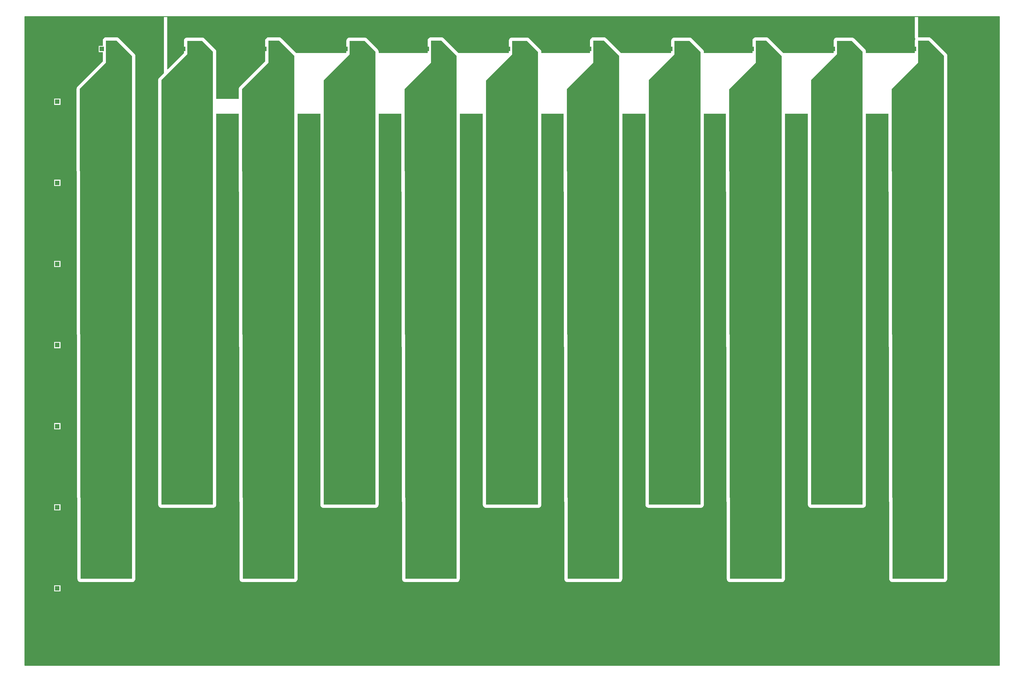
<source format=gbl>
G04*
G04 #@! TF.GenerationSoftware,Altium Limited,Altium Designer,20.0.13 (296)*
G04*
G04 Layer_Physical_Order=2*
G04 Layer_Color=16711680*
%FSLAX44Y44*%
%MOMM*%
G71*
G01*
G75*
%ADD12C,0.2540*%
%ADD27C,4.0000*%
%ADD28C,6.0000*%
%ADD29R,1.4000X1.4000*%
%ADD30C,1.4000*%
%ADD31R,1.4000X1.4000*%
%ADD32C,1.2700*%
G36*
X2739914Y1935708D02*
X2740257Y1933097D01*
X2741265Y1930665D01*
X2740257Y1928232D01*
X2739914Y1925622D01*
X2739914Y1887475D01*
X2589212D01*
Y1891874D01*
X2589213Y1891874D01*
X2588869Y1894484D01*
X2587861Y1896917D01*
X2586258Y1899006D01*
X2552973Y1932291D01*
X2550884Y1933894D01*
X2548451Y1934902D01*
X2545841Y1935246D01*
X2500000D01*
X2497390Y1934902D01*
X2494957Y1933894D01*
X2492868Y1932291D01*
X2491265Y1930202D01*
X2490257Y1927770D01*
X2489914Y1925159D01*
Y1887513D01*
X2489875Y1887475D01*
X2335266D01*
X2289986Y1932754D01*
X2287897Y1934357D01*
X2285464Y1935364D01*
X2282854Y1935708D01*
X2250000Y1935708D01*
X2247389Y1935364D01*
X2244957Y1934357D01*
X2242868Y1932754D01*
X2241265Y1930665D01*
X2240257Y1928232D01*
X2239914Y1925622D01*
X2239914Y1887475D01*
X2090310D01*
Y1890776D01*
X2089966Y1893387D01*
X2088959Y1895820D01*
X2087356Y1897908D01*
X2052973Y1932291D01*
X2050884Y1933894D01*
X2048451Y1934902D01*
X2045841Y1935246D01*
X2000000D01*
X1997390Y1934902D01*
X1994957Y1933894D01*
X1992868Y1932291D01*
X1991265Y1930202D01*
X1990257Y1927770D01*
X1989914Y1925159D01*
Y1887513D01*
X1989875Y1887475D01*
X1835266D01*
X1789986Y1932754D01*
X1787897Y1934357D01*
X1785464Y1935364D01*
X1782854Y1935708D01*
X1750000Y1935708D01*
X1747389Y1935364D01*
X1744957Y1934357D01*
X1742868Y1932754D01*
X1741265Y1930665D01*
X1740257Y1928232D01*
X1739914Y1925622D01*
X1739914Y1887475D01*
X1590180D01*
Y1890906D01*
X1590180Y1890906D01*
X1589836Y1893517D01*
X1588829Y1895950D01*
X1587226Y1898038D01*
X1587226Y1898038D01*
X1552973Y1932291D01*
X1550884Y1933894D01*
X1548451Y1934902D01*
X1545841Y1935246D01*
X1500000D01*
X1497390Y1934902D01*
X1494957Y1933894D01*
X1492868Y1932291D01*
X1491265Y1930202D01*
X1490257Y1927770D01*
X1489914Y1925159D01*
Y1887513D01*
X1489875Y1887475D01*
X1335266D01*
X1289986Y1932754D01*
X1287897Y1934357D01*
X1285464Y1935364D01*
X1282854Y1935708D01*
X1250000Y1935708D01*
X1247389Y1935364D01*
X1244957Y1934357D01*
X1242868Y1932754D01*
X1241265Y1930665D01*
X1240257Y1928232D01*
X1239914Y1925622D01*
X1239914Y1887475D01*
X1089436D01*
Y1891650D01*
X1089092Y1894261D01*
X1088085Y1896693D01*
X1086482Y1898782D01*
X1052973Y1932291D01*
X1050884Y1933894D01*
X1048451Y1934902D01*
X1045841Y1935246D01*
X1000000D01*
X997390Y1934902D01*
X994957Y1933894D01*
X992868Y1932291D01*
X991265Y1930202D01*
X990257Y1927770D01*
X989914Y1925159D01*
Y1887513D01*
X989875Y1887475D01*
X835266D01*
X789986Y1932754D01*
X787897Y1934357D01*
X785464Y1935364D01*
X782854Y1935708D01*
X750000Y1935708D01*
X747389Y1935364D01*
X744957Y1934357D01*
X742868Y1932754D01*
X741265Y1930665D01*
X740257Y1928232D01*
X739914Y1925622D01*
X739914Y1861765D01*
X661269Y1783120D01*
X661264Y1783113D01*
X661257Y1783108D01*
X660461Y1782068D01*
X659666Y1781031D01*
X659663Y1781023D01*
X659657Y1781016D01*
X659159Y1779807D01*
X658658Y1778598D01*
X658657Y1778590D01*
X658654Y1778582D01*
X658486Y1777290D01*
X658315Y1775988D01*
X658316Y1775979D01*
X658315Y1775971D01*
X658365Y1746651D01*
X657467Y1745752D01*
X589306Y1745752D01*
Y1891781D01*
X588962Y1894391D01*
X587954Y1896824D01*
X586352Y1898913D01*
X586352Y1898913D01*
X552973Y1932291D01*
X550884Y1933894D01*
X548451Y1934902D01*
X545841Y1935246D01*
X500000D01*
X497389Y1934902D01*
X494957Y1933894D01*
X492868Y1932291D01*
X491265Y1930202D01*
X490257Y1927770D01*
X489914Y1925159D01*
Y1887513D01*
X439717Y1837316D01*
X438544Y1837802D01*
Y2000000D01*
X2739914D01*
Y1935708D01*
D02*
G37*
G36*
X2579126Y1891874D02*
X2579126Y495514D01*
X2420803Y495514D01*
X2420803Y1804138D01*
X2500000Y1883335D01*
Y1925159D01*
X2545841D01*
X2579126Y1891874D01*
D02*
G37*
G36*
X2080224Y1890776D02*
X2080224Y495514D01*
X1920673Y495514D01*
X1920673Y1804008D01*
X2000000Y1883335D01*
Y1925159D01*
X2045841D01*
X2080224Y1890776D01*
D02*
G37*
G36*
X1580094Y1890906D02*
X1580094Y495514D01*
X1419929D01*
X1419929Y1803264D01*
X1500000Y1883335D01*
Y1925159D01*
X1545841D01*
X1580094Y1890906D01*
D02*
G37*
G36*
X1079350Y1891650D02*
X1079350Y495514D01*
X919799Y495514D01*
Y1803134D01*
X1000000Y1883335D01*
Y1925159D01*
X1045841D01*
X1079350Y1891650D01*
D02*
G37*
G36*
X579220Y1891781D02*
Y495514D01*
X420896Y495514D01*
X420896Y1804231D01*
X500000Y1883335D01*
Y1925159D01*
X545841D01*
X579220Y1891781D01*
D02*
G37*
G36*
X2829498Y1878978D02*
Y266851D01*
X2671068Y266851D01*
X2668486Y1776073D01*
X2750000Y1857587D01*
X2750000Y1925622D01*
X2782854Y1925622D01*
X2829498Y1878978D01*
D02*
G37*
G36*
X2329982Y1878495D02*
Y266851D01*
X2170940Y266851D01*
X2168358Y1775945D01*
X2250000Y1857587D01*
X2250000Y1925622D01*
X2282854Y1925622D01*
X2329982Y1878495D01*
D02*
G37*
G36*
X1829238Y1879238D02*
Y266851D01*
X1670808Y266851D01*
X1668227Y1775814D01*
X1750000Y1857587D01*
X1750000Y1925622D01*
X1782854Y1925622D01*
X1829238Y1879238D01*
D02*
G37*
G36*
X1329108Y1879368D02*
Y266851D01*
X1171359Y266851D01*
X1168777Y1776364D01*
X1250000Y1857587D01*
X1250000Y1925622D01*
X1282854Y1925622D01*
X1329108Y1879368D01*
D02*
G37*
G36*
X829592Y1878885D02*
Y266851D01*
X670982Y266851D01*
X668401Y1775988D01*
X750000Y1857587D01*
X750000Y1925622D01*
X782854Y1925622D01*
X829592Y1878885D01*
D02*
G37*
G36*
X3000000Y0D02*
X0D01*
Y2000000D01*
X428458D01*
Y1837802D01*
Y1826057D01*
X413764Y1811363D01*
X412161Y1809274D01*
X411153Y1806842D01*
X410810Y1804231D01*
X410810Y495514D01*
X411153Y492903D01*
X412161Y490471D01*
X413764Y488382D01*
X415853Y486779D01*
X418285Y485771D01*
X420896Y485428D01*
X579220Y485428D01*
X581830Y485771D01*
X584263Y486779D01*
X586352Y488382D01*
X587954Y490471D01*
X588962Y492903D01*
X589306Y495514D01*
Y1700000D01*
X658445D01*
X660896Y266834D01*
X661069Y265538D01*
X661240Y264240D01*
X661243Y264232D01*
X661244Y264224D01*
X661748Y263013D01*
X662247Y261808D01*
X662253Y261801D01*
X662256Y261793D01*
X663054Y260757D01*
X663850Y259719D01*
X663857Y259713D01*
X663862Y259707D01*
X664899Y258914D01*
X665939Y258116D01*
X665947Y258113D01*
X665954Y258107D01*
X667160Y257610D01*
X668372Y257108D01*
X668380Y257107D01*
X668388Y257104D01*
X669681Y256936D01*
X670982Y256765D01*
X829592Y256765D01*
X832202Y257108D01*
X834635Y258116D01*
X836724Y259719D01*
X838327Y261808D01*
X839334Y264240D01*
X839678Y266851D01*
Y1700000D01*
X909713D01*
Y495514D01*
X910057Y492903D01*
X911064Y490471D01*
X912667Y488382D01*
X914756Y486779D01*
X917189Y485771D01*
X919799Y485428D01*
X1079350Y485428D01*
X1081960Y485771D01*
X1084393Y486779D01*
X1086482Y488382D01*
X1088085Y490471D01*
X1089092Y492903D01*
X1089436Y495514D01*
X1089436Y1700000D01*
X1158821D01*
X1161272Y266834D01*
X1161445Y265538D01*
X1161616Y264240D01*
X1161619Y264232D01*
X1161620Y264224D01*
X1162124Y263013D01*
X1162624Y261808D01*
X1162629Y261801D01*
X1162632Y261793D01*
X1163430Y260757D01*
X1164227Y259719D01*
X1164233Y259713D01*
X1164239Y259707D01*
X1165275Y258914D01*
X1166316Y258116D01*
X1166324Y258113D01*
X1166330Y258107D01*
X1167537Y257610D01*
X1168748Y257108D01*
X1168757Y257107D01*
X1168765Y257104D01*
X1170058Y256936D01*
X1171359Y256765D01*
X1329108Y256765D01*
X1331719Y257108D01*
X1334151Y258116D01*
X1336240Y259719D01*
X1337843Y261808D01*
X1338851Y264240D01*
X1339194Y266851D01*
Y1700000D01*
X1409843D01*
X1409843Y495514D01*
X1410186Y492903D01*
X1411194Y490471D01*
X1412797Y488382D01*
X1414886Y486779D01*
X1417319Y485771D01*
X1419929Y485428D01*
X1580094D01*
X1582704Y485771D01*
X1585137Y486779D01*
X1587226Y488382D01*
X1588829Y490471D01*
X1589836Y492903D01*
X1590180Y495514D01*
X1590180Y1700000D01*
X1658270D01*
X1660721Y266834D01*
X1660894Y265538D01*
X1661065Y264240D01*
X1661069Y264232D01*
X1661070Y264224D01*
X1661574Y263013D01*
X1662073Y261808D01*
X1662078Y261801D01*
X1662081Y261793D01*
X1662879Y260757D01*
X1663676Y259719D01*
X1663683Y259713D01*
X1663688Y259707D01*
X1664724Y258914D01*
X1665765Y258116D01*
X1665773Y258113D01*
X1665780Y258107D01*
X1666986Y257610D01*
X1668197Y257108D01*
X1668206Y257107D01*
X1668214Y257104D01*
X1669507Y256936D01*
X1670808Y256765D01*
X1829238Y256765D01*
X1831849Y257108D01*
X1834281Y258116D01*
X1836370Y259719D01*
X1837973Y261808D01*
X1838981Y264240D01*
X1839324Y266851D01*
Y1700000D01*
X1910587D01*
X1910586Y495514D01*
X1910930Y492903D01*
X1911938Y490471D01*
X1913541Y488382D01*
X1915630Y486779D01*
X1918062Y485771D01*
X1920673Y485428D01*
X2080224Y485428D01*
X2082834Y485771D01*
X2085267Y486779D01*
X2087356Y488382D01*
X2088959Y490471D01*
X2089966Y492903D01*
X2090310Y495514D01*
X2090310Y1700000D01*
X2158402D01*
X2160853Y266834D01*
X2161026Y265538D01*
X2161197Y264240D01*
X2161200Y264232D01*
X2161201Y264224D01*
X2161705Y263013D01*
X2162205Y261808D01*
X2162210Y261801D01*
X2162213Y261793D01*
X2163011Y260757D01*
X2163808Y259719D01*
X2163815Y259713D01*
X2163820Y259707D01*
X2164856Y258914D01*
X2165896Y258116D01*
X2165905Y258113D01*
X2165912Y258107D01*
X2167118Y257610D01*
X2168329Y257108D01*
X2168338Y257107D01*
X2168346Y257104D01*
X2169639Y256936D01*
X2170940Y256765D01*
X2329982Y256765D01*
X2332592Y257108D01*
X2335025Y258116D01*
X2337114Y259719D01*
X2338717Y261808D01*
X2339724Y264240D01*
X2340068Y266851D01*
Y1700000D01*
X2410716D01*
X2410716Y495514D01*
X2411060Y492903D01*
X2412068Y490471D01*
X2413671Y488382D01*
X2415759Y486779D01*
X2418192Y485771D01*
X2420803Y485428D01*
X2579126Y485428D01*
X2581736Y485771D01*
X2584169Y486779D01*
X2586258Y488382D01*
X2587861Y490471D01*
X2588869Y492903D01*
X2589212Y495514D01*
X2589212Y1700000D01*
X2658530D01*
X2660981Y266834D01*
X2661154Y265538D01*
X2661325Y264240D01*
X2661328Y264232D01*
X2661330Y264224D01*
X2661833Y263013D01*
X2662333Y261808D01*
X2662338Y261801D01*
X2662341Y261793D01*
X2663139Y260757D01*
X2663936Y259719D01*
X2663943Y259713D01*
X2663948Y259707D01*
X2664984Y258914D01*
X2666024Y258116D01*
X2666033Y258113D01*
X2666039Y258107D01*
X2667246Y257610D01*
X2668457Y257108D01*
X2668466Y257107D01*
X2668474Y257104D01*
X2669767Y256936D01*
X2671068Y256765D01*
X2829498Y256765D01*
X2832108Y257108D01*
X2834541Y258116D01*
X2836630Y259719D01*
X2838233Y261808D01*
X2839240Y264240D01*
X2839584Y266851D01*
Y1878978D01*
X2839240Y1881589D01*
X2838233Y1884022D01*
X2836630Y1886111D01*
X2789986Y1932754D01*
X2787897Y1934357D01*
X2785464Y1935364D01*
X2782854Y1935708D01*
X2750996Y1935708D01*
X2750000Y1936939D01*
Y2000000D01*
X3000000D01*
Y0D01*
D02*
G37*
%LPC*%
G36*
X109540Y1746840D02*
X90460D01*
Y1727760D01*
X109540D01*
Y1746840D01*
D02*
G37*
G36*
Y1496840D02*
X90460D01*
Y1477760D01*
X109540D01*
Y1496840D01*
D02*
G37*
G36*
Y1246840D02*
X90460D01*
Y1227760D01*
X109540D01*
Y1246840D01*
D02*
G37*
G36*
Y996840D02*
X90460D01*
Y977760D01*
X109540D01*
Y996840D01*
D02*
G37*
G36*
Y746840D02*
X90460D01*
Y727760D01*
X109540D01*
Y746840D01*
D02*
G37*
G36*
Y496840D02*
X90460D01*
Y477760D01*
X109540D01*
Y496840D01*
D02*
G37*
G36*
X282854Y1935708D02*
X250000Y1935708D01*
X247389Y1935364D01*
X244957Y1934357D01*
X242868Y1932754D01*
X241265Y1930665D01*
X240257Y1928232D01*
X239914Y1925622D01*
Y1909540D01*
X227760D01*
Y1890460D01*
X239914D01*
Y1861765D01*
X162326Y1784178D01*
X162321Y1784171D01*
X162314Y1784165D01*
X161516Y1783122D01*
X160723Y1782089D01*
X160720Y1782081D01*
X160715Y1782074D01*
X160214Y1780860D01*
X159716Y1779656D01*
X159715Y1779648D01*
X159712Y1779639D01*
X159543Y1778346D01*
X159372Y1777046D01*
X159373Y1777037D01*
X159372Y1777028D01*
X161955Y266834D01*
X162128Y265538D01*
X162299Y264240D01*
X162302Y264232D01*
X162304Y264224D01*
X162808Y263013D01*
X163307Y261808D01*
X163312Y261801D01*
X163315Y261793D01*
X164113Y260757D01*
X164910Y259719D01*
X164916Y259713D01*
X164922Y259707D01*
X165958Y258914D01*
X166999Y258116D01*
X167007Y258113D01*
X167013Y258107D01*
X168220Y257610D01*
X169431Y257108D01*
X169440Y257107D01*
X169448Y257104D01*
X170741Y256936D01*
X172042Y256765D01*
X330075Y256765D01*
X332685Y257108D01*
X335118Y258116D01*
X337207Y259719D01*
X338810Y261808D01*
X339817Y264240D01*
X340161Y266851D01*
Y1878401D01*
X340161Y1878401D01*
X339817Y1881012D01*
X338810Y1883445D01*
X337207Y1885533D01*
X337207Y1885534D01*
X289986Y1932754D01*
X287897Y1934357D01*
X285464Y1935364D01*
X282854Y1935708D01*
D02*
G37*
G36*
X109540Y246840D02*
X90460D01*
Y227760D01*
X109540D01*
Y246840D01*
D02*
G37*
%LPD*%
G36*
X330075Y1878401D02*
Y266851D01*
X172042Y266851D01*
X169459Y1777046D01*
X250000Y1857587D01*
X250000Y1925622D01*
X282854Y1925622D01*
X330075Y1878401D01*
D02*
G37*
D12*
X3000000Y0D02*
Y2000000D01*
X0D02*
X3000000D01*
X0Y0D02*
X3000000D01*
X0D02*
Y2000000D01*
D27*
X625000Y1772500D02*
D03*
Y1927500D02*
D03*
X375000Y1772500D02*
D03*
Y1927500D02*
D03*
D28*
X2900000Y1900000D02*
D03*
Y100000D02*
D03*
X100000D02*
D03*
Y1900000D02*
D03*
D29*
Y1737300D02*
D03*
Y1487300D02*
D03*
Y1237300D02*
D03*
Y987300D02*
D03*
Y737300D02*
D03*
Y237300D02*
D03*
Y487300D02*
D03*
D30*
Y1762700D02*
D03*
Y1512700D02*
D03*
Y1262700D02*
D03*
Y1012700D02*
D03*
X262700Y1900000D02*
D03*
X762700D02*
D03*
X1262700D02*
D03*
X1762700D02*
D03*
X100000Y762700D02*
D03*
X2262700Y1900000D02*
D03*
X2762700D02*
D03*
X512700D02*
D03*
X1012700D02*
D03*
X100000Y262700D02*
D03*
X1512700Y1900000D02*
D03*
X2012700D02*
D03*
X2512700D02*
D03*
X100000Y512700D02*
D03*
D31*
X237300Y1900000D02*
D03*
X737300D02*
D03*
X1237300D02*
D03*
X1737300D02*
D03*
X2237300D02*
D03*
X2737300D02*
D03*
X487300D02*
D03*
X987300D02*
D03*
X1487300D02*
D03*
X1987300D02*
D03*
X2487300D02*
D03*
D32*
X1250000Y790000D02*
D03*
X2750000Y1290000D02*
D03*
X2500000Y1540000D02*
D03*
X2000000D02*
D03*
X2250000Y1290000D02*
D03*
X1750000D02*
D03*
X1500000Y1540000D02*
D03*
X1250000Y1290000D02*
D03*
X1500000Y1040000D02*
D03*
X2000000D02*
D03*
X2500000D02*
D03*
X2750000Y790000D02*
D03*
X2250000D02*
D03*
X1750000D02*
D03*
X2000000Y540000D02*
D03*
X2500000D02*
D03*
X2750000Y290000D02*
D03*
X2250000D02*
D03*
X1750000D02*
D03*
X1500000Y540000D02*
D03*
X1250000Y290000D02*
D03*
X1000000Y540000D02*
D03*
Y1040000D02*
D03*
Y1540000D02*
D03*
X750000Y1290000D02*
D03*
Y790000D02*
D03*
Y290000D02*
D03*
X500000Y540000D02*
D03*
Y1040000D02*
D03*
Y1540000D02*
D03*
X250000Y290000D02*
D03*
Y790000D02*
D03*
Y1290000D02*
D03*
M02*

</source>
